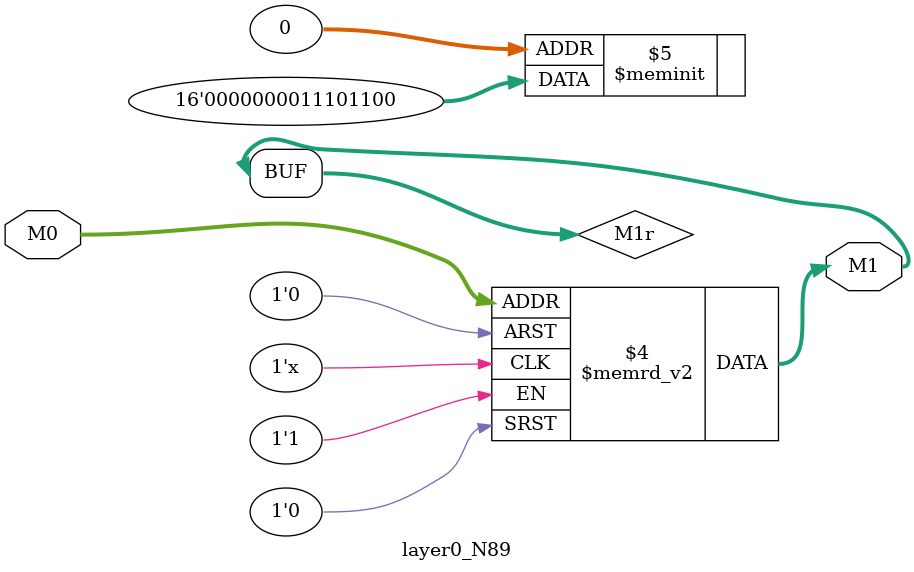
<source format=v>
module layer0_N89 ( input [2:0] M0, output [1:0] M1 );

	(*rom_style = "distributed" *) reg [1:0] M1r;
	assign M1 = M1r;
	always @ (M0) begin
		case (M0)
			3'b000: M1r = 2'b00;
			3'b100: M1r = 2'b00;
			3'b010: M1r = 2'b10;
			3'b110: M1r = 2'b00;
			3'b001: M1r = 2'b11;
			3'b101: M1r = 2'b00;
			3'b011: M1r = 2'b11;
			3'b111: M1r = 2'b00;

		endcase
	end
endmodule

</source>
